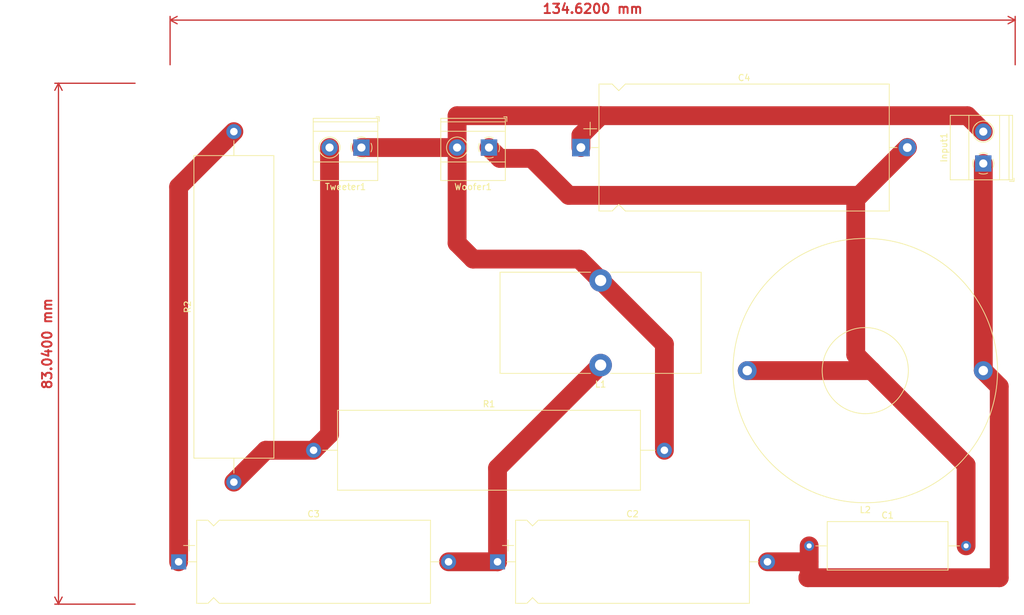
<source format=kicad_pcb>
(kicad_pcb (version 20211014) (generator pcbnew)
  (layers (0 "F.Cu" signal) (31 "B.Cu" signal) (34 "B.Paste" user) (35 "F.Paste" user) (36 "B.SilkS" user "B.Silkscreen") (37 "F.SilkS" user "F.Silkscreen") (38 "B.Mask" user) (39 "F.Mask" user) (44 "Edge.Cuts" user))
  (net 0 "")
  (net 1 "Net-(Input1-Pad1)")
  (net 2 "Net-(Woofer1-Pad1)")
  (net 3 "Net-(C3-Pad2)")
  (net 4 "Net-(R2-Pad2)")
  (net 5 "Net-(Input1-Pad2)")
  (net 6 "Net-(R1-Pad1)")
  (footprint "Capacitor_THT:CP_Axial_L37.0mm_D13.0mm_P43.00mm_Horizontal" (layer "F.Cu") (at 166.46 124.46)
    (fp_text reference "C2" (at 21.5 -7.62) (layer "F.SilkS"))
    (fp_text value "1.5uF")
    (fp_line (start 2.88 -6.62) (end 4.68 -6.62) (layer "F.SilkS") (width 0.12))
    (fp_line (start 4.68 -6.62) (end 5.58 -5.72) (layer "F.SilkS") (width 0.12))
    (fp_line (start 40.12 -6.62) (end 40.12 6.62) (layer "F.SilkS") (width 0.12))
    (fp_line (start 1.44 0) (end 2.88 0) (layer "F.SilkS") (width 0.12))
    (fp_line (start 5.58 -5.72) (end 6.48 -6.62) (layer "F.SilkS") (width 0.12))
    (fp_line (start 41.56 0) (end 40.12 0) (layer "F.SilkS") (width 0.12))
    (fp_line (start 4.68 6.62) (end 5.58 5.72) (layer "F.SilkS") (width 0.12))
    (fp_line (start 2.88 -6.62) (end 2.88 6.62) (layer "F.SilkS") (width 0.12))
    (fp_line (start 6.48 6.62) (end 40.12 6.62) (layer "F.SilkS") (width 0.12))
    (fp_line (start 1.68 -3.5) (end 1.68 -1.7) (layer "F.SilkS") (width 0.12))
    (fp_line (start 0.78 -2.6) (end 2.58 -2.6) (layer "F.SilkS") (width 0.12))
    (fp_line (start 5.58 5.72) (end 6.48 6.62) (layer "F.SilkS") (width 0.12))
    (fp_line (start 2.88 6.62) (end 4.68 6.62) (layer "F.SilkS") (width 0.12))
    (fp_line (start 6.48 -6.62) (end 40.12 -6.62) (layer "F.SilkS") (width 0.12))
    (pad "1" thru_hole rect (at 0 0) (size 2.4 2.4) (drill 1.2) (layers *.Cu *.Mask) (net 3 "Net-(C3-Pad2)"))
    (pad "2" thru_hole oval (at 43 0) (size 2.4 2.4) (drill 1.2) (layers *.Cu *.Mask) (net 1 "Net-(Input1-Pad1)"))
  )
  (footprint "TerminalBlock_Phoenix:TerminalBlock_Phoenix_MKDS-1,5-2-5.08_1x02_P5.08mm_Horizontal" (layer "F.Cu") (at 243.84 60.96 90)
    (fp_text reference "Input1" (at 2.54 -6.26 90) (layer "F.SilkS"))
    (fp_text value "Screw_Terminal_01x02")
    (fp_line (start -2.6 2.6) (end 7.68 2.6) (layer "F.SilkS") (width 0.12))
    (fp_line (start 3.853 1.023) (end 3.806 1.069) (layer "F.SilkS") (width 0.12))
    (fp_line (start 7.68 -5.261) (end 7.68 4.66) (layer "F.SilkS") (width 0.12))
    (fp_line (start -2.6 4.66) (end 7.68 4.66) (layer "F.SilkS") (width 0.12))
    (fp_line (start 6.355 -1.069) (end 6.308 -1.023) (layer "F.SilkS") (width 0.12))
    (fp_line (start -2.6 -5.261) (end 7.68 -5.261) (layer "F.SilkS") (width 0.12))
    (fp_line (start -2.84 4.16) (end -2.84 4.9) (layer "F.SilkS") (width 0.12))
    (fp_line (start -2.6 -5.261) (end -2.6 4.66) (layer "F.SilkS") (width 0.12))
    (fp_line (start 6.15 -1.275) (end 6.115 -1.239) (layer "F.SilkS") (width 0.12))
    (fp_line (start 4.046 1.239) (end 4.011 1.274) (layer "F.SilkS") (width 0.12))
    (fp_line (start -2.84 4.9) (end -2.34 4.9) (layer "F.SilkS") (width 0.12))
    (fp_line (start -2.6 4.1) (end 7.68 4.1) (layer "F.SilkS") (width 0.12))
    (fp_line (start -2.6 -2.301) (end 7.68 -2.301) (layer "F.SilkS") (width 0.12))
    (fp_arc (start 1.535427 -0.683042) (mid 1.680501 0.000524) (end 1.535 0.684) (layer "F.SilkS") (width 0.12))
    (fp_arc (start -1.535427 0.683042) (mid -1.680501 -0.000524) (end -1.535 -0.684) (layer "F.SilkS") (width 0.12))
    (fp_arc (start 0.028805 1.680253) (mid -0.335551 1.646659) (end -0.684 1.535) (layer "F.SilkS") (width 0.12))
    (fp_arc (start 0.683318 1.534756) (mid 0.349292 1.643288) (end 0 1.68) (layer "F.SilkS") (width 0.12))
    (fp_arc (start -0.683042 -1.535427) (mid 0.000524 -1.680501) (end 0.684 -1.535) (layer "F.SilkS") (width 0.12))
    (fp_circle (center 5.08 0) (end 6.76 0) (layer "F.SilkS") (width 0.12) (fill none))
    (pad "1" thru_hole rect (at 0 0 90) (size 2.6 2.6) (drill 1.3) (layers *.Cu *.Mask) (net 1 "Net-(Input1-Pad1)"))
    (pad "2" thru_hole circle (at 5.08 0 90) (size 2.6 2.6) (drill 1.3) (layers *.Cu *.Mask) (net 5 "Net-(Input1-Pad2)"))
  )
  (footprint "TerminalBlock_Phoenix:TerminalBlock_Phoenix_MKDS-1,5-2-5.08_1x02_P5.08mm_Horizontal" (layer "F.Cu") (at 144.78 58.42 180)
    (fp_text reference "Tweeter1" (at 2.54 -6.26) (layer "F.SilkS"))
    (fp_text value "Screw_Terminal_01x02")
    (fp_line (start 6.355 -1.069) (end 6.308 -1.023) (layer "F.SilkS") (width 0.12))
    (fp_line (start -2.6 4.66) (end 7.68 4.66) (layer "F.SilkS") (width 0.12))
    (fp_line (start -2.84 4.16) (end -2.84 4.9) (layer "F.SilkS") (width 0.12))
    (fp_line (start -2.6 -5.261) (end 7.68 -5.261) (layer "F.SilkS") (width 0.12))
    (fp_line (start -2.6 -2.301) (end 7.68 -2.301) (layer "F.SilkS") (width 0.12))
    (fp_line (start 3.853 1.023) (end 3.806 1.069) (layer "F.SilkS") (width 0.12))
    (fp_line (start -2.6 4.1) (end 7.68 4.1) (layer "F.SilkS") (width 0.12))
    (fp_line (start -2.6 -5.261) (end -2.6 4.66) (layer "F.SilkS") (width 0.12))
    (fp_line (start 6.15 -1.275) (end 6.115 -1.239) (layer "F.SilkS") (width 0.12))
    (fp_line (start 7.68 -5.261) (end 7.68 4.66) (layer "F.SilkS") (width 0.12))
    (fp_line (start 4.046 1.239) (end 4.011 1.274) (layer "F.SilkS") (width 0.12))
    (fp_line (start -2.84 4.9) (end -2.34 4.9) (layer "F.SilkS") (width 0.12))
    (fp_line (start -2.6 2.6) (end 7.68 2.6) (layer "F.SilkS") (width 0.12))
    (fp_arc (start 0.683318 1.534756) (mid 0.349292 1.643288) (end 0 1.68) (layer "F.SilkS") (width 0.12))
    (fp_arc (start -1.535427 0.683042) (mid -1.680501 -0.000524) (end -1.535 -0.684) (layer "F.SilkS") (width 0.12))
    (fp_arc (start 0.028805 1.680253) (mid -0.335551 1.646659) (end -0.684 1.535) (layer "F.SilkS") (width 0.12))
    (fp_arc (start 1.535427 -0.683042) (mid 1.680501 0.000524) (end 1.535 0.684) (layer "F.SilkS") (width 0.12))
    (fp_arc (start -0.683042 -1.535427) (mid 0.000524 -1.680501) (end 0.684 -1.535) (layer "F.SilkS") (width 0.12))
    (fp_circle (center 5.08 0) (end 6.76 0) (layer "F.SilkS") (width 0.12) (fill none))
    (pad "1" thru_hole rect (at 0 0 180) (size 2.6 2.6) (drill 1.3) (layers *.Cu *.Mask) (net 5 "Net-(Input1-Pad2)"))
    (pad "2" thru_hole circle (at 5.08 0 180) (size 2.6 2.6) (drill 1.3) (layers *.Cu *.Mask) (net 6 "Net-(R1-Pad1)"))
  )
  (footprint "Capacitor_THT:CP_Axial_L46.0mm_D20.0mm_P52.00mm_Horizontal" (layer "F.Cu") (at 179.74 58.42)
    (fp_text reference "C4" (at 26 -11.12) (layer "F.SilkS"))
    (fp_text value "6.8uF")
    (fp_line (start 1.48 -4.05) (end 1.48 -1.95) (layer "F.SilkS") (width 0.12))
    (fp_line (start 7.08 10.12) (end 49.12 10.12) (layer "F.SilkS") (width 0.12))
    (fp_line (start 2.88 10.12) (end 4.98 10.12) (layer "F.SilkS") (width 0.12))
    (fp_line (start 2.88 -10.12) (end 2.88 10.12) (layer "F.SilkS") (width 0.12))
    (fp_line (start 2.88 -10.12) (end 4.98 -10.12) (layer "F.SilkS") (width 0.12))
    (fp_line (start 4.98 -10.12) (end 6.03 -9.07) (layer "F.SilkS") (width 0.12))
    (fp_line (start 7.08 -10.12) (end 49.12 -10.12) (layer "F.SilkS") (width 0.12))
    (fp_line (start 49.12 -10.12) (end 49.12 10.12) (layer "F.SilkS") (width 0.12))
    (fp_line (start 6.03 9.07) (end 7.08 10.12) (layer "F.SilkS") (width 0.12))
    (fp_line (start 0.43 -3) (end 2.53 -3) (layer "F.SilkS") (width 0.12))
    (fp_line (start 1.64 0) (end 2.88 0) (layer "F.SilkS") (width 0.12))
    (fp_line (start 4.98 10.12) (end 6.03 9.07) (layer "F.SilkS") (width 0.12))
    (fp_line (start 50.36 0) (end 49.12 0) (layer "F.SilkS") (width 0.12))
    (fp_line (start 6.03 -9.07) (end 7.08 -10.12) (layer "F.SilkS") (width 0.12))
    (pad "1" thru_hole rect (at 0 0) (size 2.8 2.8) (drill 1.4) (layers *.Cu *.Mask) (net 5 "Net-(Input1-Pad2)"))
    (pad "2" thru_hole oval (at 52 0) (size 2.8 2.8) (drill 1.4) (layers *.Cu *.Mask) (net 2 "Net-(Woofer1-Pad1)"))
  )
  (footprint "Resistor_THT:R_Axial_Power_L48.0mm_W12.5mm_P55.88mm" (layer "F.Cu") (at 137.16 106.68)
    (fp_text reference "R1" (at 27.94 -7.37) (layer "F.SilkS"))
    (fp_text value "10ohm")
    (fp_line (start 54.44 0) (end 52.06 0) (layer "F.SilkS") (width 0.12))
    (fp_line (start 52.06 6.37) (end 52.06 -6.37) (layer "F.SilkS") (width 0.12))
    (fp_line (start 1.44 0) (end 3.82 0) (layer "F.SilkS") (width 0.12))
    (fp_line (start 3.82 6.37) (end 52.06 6.37) (layer "F.SilkS") (width 0.12))
    (fp_line (start 52.06 -6.37) (end 3.82 -6.37) (layer "F.SilkS") (width 0.12))
    (fp_line (start 3.82 -6.37) (end 3.82 6.37) (layer "F.SilkS") (width 0.12))
    (pad "1" thru_hole circle (at 0 0) (size 2.4 2.4) (drill 1.2) (layers *.Cu *.Mask) (net 6 "Net-(R1-Pad1)"))
    (pad "2" thru_hole oval (at 55.88 0) (size 2.4 2.4) (drill 1.2) (layers *.Cu *.Mask) (net 5 "Net-(Input1-Pad2)"))
  )
  (footprint "TerminalBlock_Phoenix:TerminalBlock_Phoenix_MKDS-1,5-2-5.08_1x02_P5.08mm_Horizontal" (layer "F.Cu") (at 165.1 58.42 180)
    (fp_text reference "Woofer1" (at 2.54 -6.26) (layer "F.SilkS"))
    (fp_text value "Screw_Terminal_01x02")
    (fp_line (start -2.84 4.9) (end -2.34 4.9) (layer "F.SilkS") (width 0.12))
    (fp_line (start 3.853 1.023) (end 3.806 1.069) (layer "F.SilkS") (width 0.12))
    (fp_line (start 6.15 -1.275) (end 6.115 -1.239) (layer "F.SilkS") (width 0.12))
    (fp_line (start -2.6 -5.261) (end 7.68 -5.261) (layer "F.SilkS") (width 0.12))
    (fp_line (start -2.6 4.66) (end 7.68 4.66) (layer "F.SilkS") (width 0.12))
    (fp_line (start -2.6 -2.301) (end 7.68 -2.301) (layer "F.SilkS") (width 0.12))
    (fp_line (start 4.046 1.239) (end 4.011 1.274) (layer "F.SilkS") (width 0.12))
    (fp_line (start -2.6 -5.261) (end -2.6 4.66) (layer "F.SilkS") (width 0.12))
    (fp_line (start 6.355 -1.069) (end 6.308 -1.023) (layer "F.SilkS") (width 0.12))
    (fp_line (start 7.68 -5.261) (end 7.68 4.66) (layer "F.SilkS") (width 0.12))
    (fp_line (start -2.84 4.16) (end -2.84 4.9) (layer "F.SilkS") (width 0.12))
    (fp_line (start -2.6 4.1) (end 7.68 4.1) (layer "F.SilkS") (width 0.12))
    (fp_line (start -2.6 2.6) (end 7.68 2.6) (layer "F.SilkS") (width 0.12))
    (fp_arc (start -1.535427 0.683042) (mid -1.680501 -0.000524) (end -1.535 -0.684) (layer "F.SilkS") (width 0.12))
    (fp_arc (start 0.683318 1.534756) (mid 0.349292 1.643288) (end 0 1.68) (layer "F.SilkS") (width 0.12))
    (fp_arc (start 0.028805 1.680253) (mid -0.335551 1.646659) (end -0.684 1.535) (layer "F.SilkS") (width 0.12))
    (fp_arc (start 1.535427 -0.683042) (mid 1.680501 0.000524) (end 1.535 0.684) (layer "F.SilkS") (width 0.12))
    (fp_arc (start -0.683042 -1.535427) (mid 0.000524 -1.680501) (end 0.684 -1.535) (layer "F.SilkS") (width 0.12))
    (fp_circle (center 5.08 0) (end 6.76 0) (layer "F.SilkS") (width 0.12) (fill none))
    (pad "1" thru_hole rect (at 0 0 180) (size 2.6 2.6) (drill 1.3) (layers *.Cu *.Mask) (net 2 "Net-(Woofer1-Pad1)"))
    (pad "2" thru_hole circle (at 5.08 0 180) (size 2.6 2.6) (drill 1.3) (layers *.Cu *.Mask) (net 5 "Net-(Input1-Pad2)"))
  )
  (footprint "Capacitor_THT:CP_Axial_L37.0mm_D13.0mm_P43.00mm_Horizontal" (layer "F.Cu") (at 115.66 124.46)
    (fp_text reference "C3" (at 21.5 -7.62) (layer "F.SilkS"))
    (fp_text value "2.2uF")
    (fp_line (start 4.68 6.62) (end 5.58 5.72) (layer "F.SilkS") (width 0.12))
    (fp_line (start 40.12 -6.62) (end 40.12 6.62) (layer "F.SilkS") (width 0.12))
    (fp_line (start 1.68 -3.5) (end 1.68 -1.7) (layer "F.SilkS") (width 0.12))
    (fp_line (start 2.88 -6.62) (end 4.68 -6.62) (layer "F.SilkS") (width 0.12))
    (fp_line (start 2.88 6.62) (end 4.68 6.62) (layer "F.SilkS") (width 0.12))
    (fp_line (start 0.78 -2.6) (end 2.58 -2.6) (layer "F.SilkS") (width 0.12))
    (fp_line (start 1.44 0) (end 2.88 0) (layer "F.SilkS") (width 0.12))
    (fp_line (start 4.68 -6.62) (end 5.58 -5.72) (layer "F.SilkS") (width 0.12))
    (fp_line (start 6.48 6.62) (end 40.12 6.62) (layer "F.SilkS") (width 0.12))
    (fp_line (start 5.58 5.72) (end 6.48 6.62) (layer "F.SilkS") (width 0.12))
    (fp_line (start 6.48 -6.62) (end 40.12 -6.62) (layer "F.SilkS") (width 0.12))
    (fp_line (start 2.88 -6.62) (end 2.88 6.62) (layer "F.SilkS") (width 0.12))
    (fp_line (start 41.56 0) (end 40.12 0) (layer "F.SilkS") (width 0.12))
    (fp_line (start 5.58 -5.72) (end 6.48 -6.62) (layer "F.SilkS") (width 0.12))
    (pad "1" thru_hole rect (at 0 0) (size 2.4 2.4) (drill 1.2) (layers *.Cu *.Mask) (net 4 "Net-(R2-Pad2)"))
    (pad "2" thru_hole oval (at 43 0) (size 2.4 2.4) (drill 1.2) (layers *.Cu *.Mask) (net 3 "Net-(C3-Pad2)"))
  )
  (footprint "Capacitor_THT:C_Axial_L19.0mm_D7.5mm_P25.00mm_Horizontal" (layer "F.Cu") (at 216.1 121.92)
    (fp_text reference "C1" (at 12.5 -4.87) (layer "F.SilkS"))
    (fp_text value "0.22uF")
    (fp_line (start 1.04 0) (end 2.88 0) (layer "F.SilkS") (width 0.12))
    (fp_line (start 2.88 -3.87) (end 2.88 3.87) (layer "F.SilkS") (width 0.12))
    (fp_line (start 22.12 3.87) (end 22.12 -3.87) (layer "F.SilkS") (width 0.12))
    (fp_line (start 2.88 3.87) (end 22.12 3.87) (layer "F.SilkS") (width 0.12))
    (fp_line (start 22.12 -3.87) (end 2.88 -3.87) (layer "F.SilkS") (width 0.12))
    (fp_line (start 23.96 0) (end 22.12 0) (layer "F.SilkS") (width 0.12))
    (pad "1" thru_hole circle (at 0 0) (size 1.6 1.6) (drill 0.8) (layers *.Cu *.Mask) (net 1 "Net-(Input1-Pad1)"))
    (pad "2" thru_hole oval (at 25 0) (size 1.6 1.6) (drill 0.8) (layers *.Cu *.Mask) (net 2 "Net-(Woofer1-Pad1)"))
  )
  (footprint "Inductor_THT:L_Toroid_Vertical_L31.8mm_W15.9mm_P13.50mm_Bourns_5700" (layer "F.Cu") (at 182.88 93.105 180)
    (fp_text reference "L1" (at 0 -3.05) (layer "F.SilkS"))
    (fp_text value "0.35mH")
    (fp_line (start -16.02 -1.32) (end -16.02 14.82) (layer "F.SilkS") (width 0.12))
    (fp_line (start 1.608 -1.32) (end 16.02 -1.32) (layer "F.SilkS") (width 0.12))
    (fp_line (start -16.02 14.82) (end -1.608 14.82) (layer "F.SilkS") (width 0.12))
    (fp_line (start 16.02 -1.32) (end 16.02 14.82) (layer "F.SilkS") (width 0.12))
    (fp_line (start -16.02 -1.32) (end -1.608 -1.32) (layer "F.SilkS") (width 0.12))
    (fp_line (start 1.608 14.82) (end 16.02 14.82) (layer "F.SilkS") (width 0.12))
    (pad "1" thru_hole circle (at 0 0 180) (size 3.6 3.6) (drill 1.8) (layers *.Cu *.Mask) (net 3 "Net-(C3-Pad2)"))
    (pad "2" thru_hole circle (at 0 13.5 180) (size 3.6 3.6) (drill 1.8) (layers *.Cu *.Mask) (net 5 "Net-(Input1-Pad2)"))
  )
  (footprint "Inductor_THT:L_Toroid_Horizontal_D41.9mm_P37.60mm_Vishay_TJ7" (layer "F.Cu") (at 243.84 93.98 180)
    (fp_text reference "L2" (at 18.8 -22.2) (layer "F.SilkS"))
    (fp_text value "1.1mH")
    (fp_circle (center 18.8 0) (end 25.663333 0) (layer "F.SilkS") (width 0.12) (fill none))
    (fp_circle (center 18.8 0) (end 39.87 0) (layer "F.SilkS") (width 0.12) (fill none))
    (pad "1" thru_hole circle (at 0 0 180) (size 3 3) (drill 1.5) (layers *.Cu *.Mask) (net 1 "Net-(Input1-Pad1)"))
    (pad "2" thru_hole circle (at 37.6 0 180) (size 3 3) (drill 1.5) (layers *.Cu *.Mask) (net 2 "Net-(Woofer1-Pad1)"))
  )
  (footprint "Resistor_THT:R_Axial_Power_L48.0mm_W12.5mm_P55.88mm" (layer "F.Cu") (at 124.46 111.76 90)
    (fp_text reference "R2" (at 27.94 -7.37 90) (layer "F.SilkS"))
    (fp_text value "6ohm")
    (fp_line (start 3.82 6.37) (end 52.06 6.37) (layer "F.SilkS") (width 0.12))
    (fp_line (start 54.44 0) (end 52.06 0) (layer "F.SilkS") (width 0.12))
    (fp_line (start 3.82 -6.37) (end 3.82 6.37) (layer "F.SilkS") (width 0.12))
    (fp_line (start 52.06 -6.37) (end 3.82 -6.37) (layer "F.SilkS") (width 0.12))
    (fp_line (start 1.44 0) (end 3.82 0) (layer "F.SilkS") (width 0.12))
    (fp_line (start 52.06 6.37) (end 52.06 -6.37) (layer "F.SilkS") (width 0.12))
    (pad "1" thru_hole circle (at 0 0 90) (size 2.4 2.4) (drill 1.2) (layers *.Cu *.Mask) (net 6 "Net-(R1-Pad1)"))
    (pad "2" thru_hole oval (at 55.88 0 90) (size 2.4 2.4) (drill 1.2) (layers *.Cu *.Mask) (net 4 "Net-(R2-Pad2)"))
  )
  (dimension (type aligned) (layer "F.Cu") (pts (xy 248.92 45.72) (xy 114.3 45.72)) (height 7.619999) (gr_text "134.6200 mm" (at 181.61 36.300001) (layer "F.Cu") (effects (font (size 1.5 1.5) (thickness 0.3)))) (format (units 3) (units_format 1) (precision 4)) (style (thickness 0.2) (arrow_length 1.27) (text_position_mode 0) (extension_height 0.58642) (extension_offset 0.5) keep_text_aligned))
  (dimension (type aligned) (layer "F.Cu") (pts (xy 109.22 48.17) (xy 109.22 131.21)) (height 12.699999) (gr_text "83.0400 mm" (at 94.720001 89.69 90) (layer "F.Cu") (effects (font (size 1.5 1.5) (thickness 0.3)))) (format (units 3) (units_format 1) (precision 4)) (style (thickness 0.2) (arrow_length 1.27) (text_position_mode 0) (extension_height 0.58642) (extension_offset 0.5) keep_text_aligned))
  (segment (start 246.38 96.52) (end 246.38 127) (width 3) (layer "F.Cu") (net 1))
  (segment (start 243.84 60.96) (end 243.84 93.98) (width 3) (layer "F.Cu") (net 1))
  (segment (start 246.38 127) (end 215.9 127) (width 3) (layer "F.Cu") (net 1))
  (segment (start 215.9 127) (end 216.1 126.8) (width 3) (layer "F.Cu") (net 1))
  (segment (start 209.46 124.46) (end 216.1 124.46) (width 3) (layer "F.Cu") (net 1))
  (segment (start 216.1 126.8) (end 216.1 121.92) (width 3) (layer "F.Cu") (net 1))
  (segment (start 243.84 93.98) (end 246.38 96.52) (width 3) (layer "F.Cu") (net 1))
  (segment (start 166.824511 60.144511) (end 171.904511 60.144511) (width 3) (layer "F.Cu") (net 2))
  (segment (start 223.52 66.64) (end 223.52 91.44) (width 3) (layer "F.Cu") (net 2))
  (segment (start 165.1 58.42) (end 166.824511 60.144511) (width 3) (layer "F.Cu") (net 2))
  (segment (start 171.904511 60.144511) (end 177.8 66.04) (width 3) (layer "F.Cu") (net 2))
  (segment (start 177.8 66.04) (end 224.12 66.04) (width 3) (layer "F.Cu") (net 2))
  (segment (start 231.74 58.42) (end 223.52 66.64) (width 3) (layer "F.Cu") (net 2))
  (segment (start 226.06 93.98) (end 206.24 93.98) (width 3) (layer "F.Cu") (net 2))
  (segment (start 224.12 66.04) (end 231.74 58.42) (width 3) (layer "F.Cu") (net 2))
  (segment (start 241.1 121.92) (end 241.1 109.02) (width 3) (layer "F.Cu") (net 2))
  (segment (start 241.1 109.02) (end 226.06 93.98) (width 3) (layer "F.Cu") (net 2))
  (segment (start 223.52 91.44) (end 226.06 93.98) (width 3) (layer "F.Cu") (net 2))
  (segment (start 166.46 124.46) (end 166.46 109.525) (width 3) (layer "F.Cu") (net 3))
  (segment (start 158.66 124.46) (end 166.46 124.46) (width 3) (layer "F.Cu") (net 3))
  (segment (start 166.46 109.525) (end 182.88 93.105) (width 3) (layer "F.Cu") (net 3))
  (segment (start 124.46 55.88) (end 115.66 64.68) (width 3) (layer "F.Cu") (net 4))
  (segment (start 115.66 64.68) (end 115.66 124.46) (width 3) (layer "F.Cu") (net 4))
  (segment (start 160.02 73.66) (end 160.02 58.42) (width 3) (layer "F.Cu") (net 5))
  (segment (start 179.74 56.48) (end 179.74 58.42) (width 3) (layer "F.Cu") (net 5))
  (segment (start 179.475 76.2) (end 162.56 76.2) (width 3) (layer "F.Cu") (net 5))
  (segment (start 241.3 53.34) (end 182.88 53.34) (width 3) (layer "F.Cu") (net 5))
  (segment (start 160.02 53.34) (end 182.88 53.34) (width 3) (layer "F.Cu") (net 5))
  (segment (start 182.88 53.34) (end 179.74 56.48) (width 3) (layer "F.Cu") (net 5))
  (segment (start 144.78 58.42) (end 160.02 58.42) (width 3) (layer "F.Cu") (net 5))
  (segment (start 193.04 89.765) (end 182.88 79.605) (width 3) (layer "F.Cu") (net 5))
  (segment (start 162.56 76.2) (end 160.02 73.66) (width 3) (layer "F.Cu") (net 5))
  (segment (start 182.88 79.605) (end 179.475 76.2) (width 3) (layer "F.Cu") (net 5))
  (segment (start 193.04 106.68) (end 193.04 89.765) (width 3) (layer "F.Cu") (net 5))
  (segment (start 243.84 55.88) (end 241.3 53.34) (width 3) (layer "F.Cu") (net 5))
  (segment (start 160.02 58.42) (end 160.02 53.34) (width 3) (layer "F.Cu") (net 5))
  (segment (start 129.54 106.68) (end 124.46 111.76) (width 3) (layer "F.Cu") (net 6))
  (segment (start 139.7 58.42) (end 139.7 104.14) (width 3) (layer "F.Cu") (net 6))
  (segment (start 137.16 106.68) (end 129.54 106.68) (width 3) (layer "F.Cu") (net 6))
  (segment (start 139.7 104.14) (end 137.16 106.68) (width 3) (layer "F.Cu") (net 6))
)
</source>
